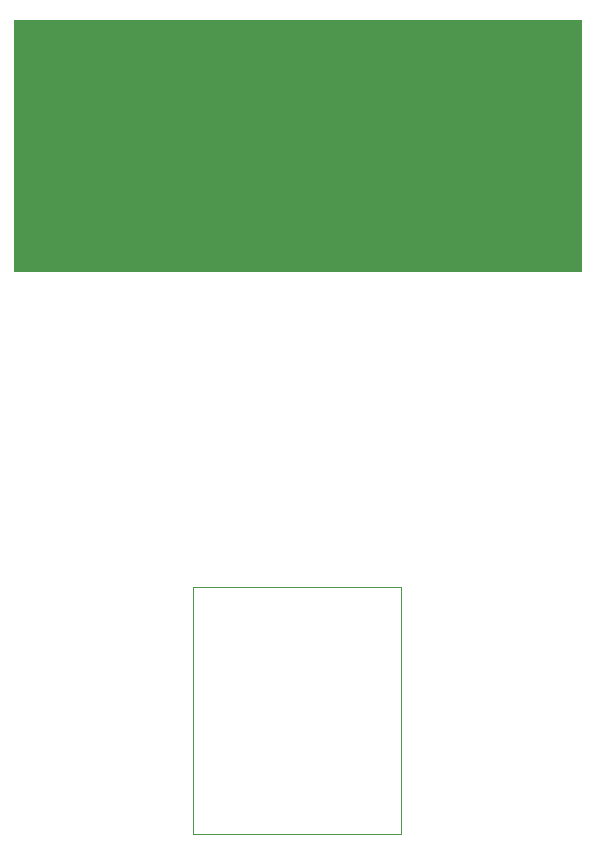
<source format=gbr>
G04 #@! TF.GenerationSoftware,KiCad,Pcbnew,(5.1.5-0)*
G04 #@! TF.CreationDate,2022-10-31T13:12:59-07:00*
G04 #@! TF.ProjectId,wvr_v.1.0,7776725f-762e-4312-9e30-2e6b69636164,rev?*
G04 #@! TF.SameCoordinates,Original*
G04 #@! TF.FileFunction,OtherDrawing,Comment*
%FSLAX46Y46*%
G04 Gerber Fmt 4.6, Leading zero omitted, Abs format (unit mm)*
G04 Created by KiCad (PCBNEW (5.1.5-0)) date 2022-10-31 13:12:59*
%MOMM*%
%LPD*%
G04 APERTURE LIST*
%ADD10C,0.066040*%
%ADD11C,0.010000*%
G04 APERTURE END LIST*
D10*
X134620000Y-44196000D02*
X152270460Y-44196000D01*
X152270460Y-44196000D02*
X152270460Y-65151000D01*
X134620000Y-65151000D02*
X152270460Y-65151000D01*
X134620000Y-44196000D02*
X134620000Y-65151000D01*
D11*
G36*
X119500000Y3800000D02*
G01*
X167500000Y3800000D01*
X167500000Y-17500000D01*
X119500000Y-17500000D01*
X119500000Y3800000D01*
G37*
X119500000Y3800000D02*
X167500000Y3800000D01*
X167500000Y-17500000D01*
X119500000Y-17500000D01*
X119500000Y3800000D01*
G36*
X119500000Y3800000D02*
G01*
X167500000Y3800000D01*
X167500000Y-17500000D01*
X119500000Y-17500000D01*
X119500000Y3800000D01*
G37*
X119500000Y3800000D02*
X167500000Y3800000D01*
X167500000Y-17500000D01*
X119500000Y-17500000D01*
X119500000Y3800000D01*
M02*

</source>
